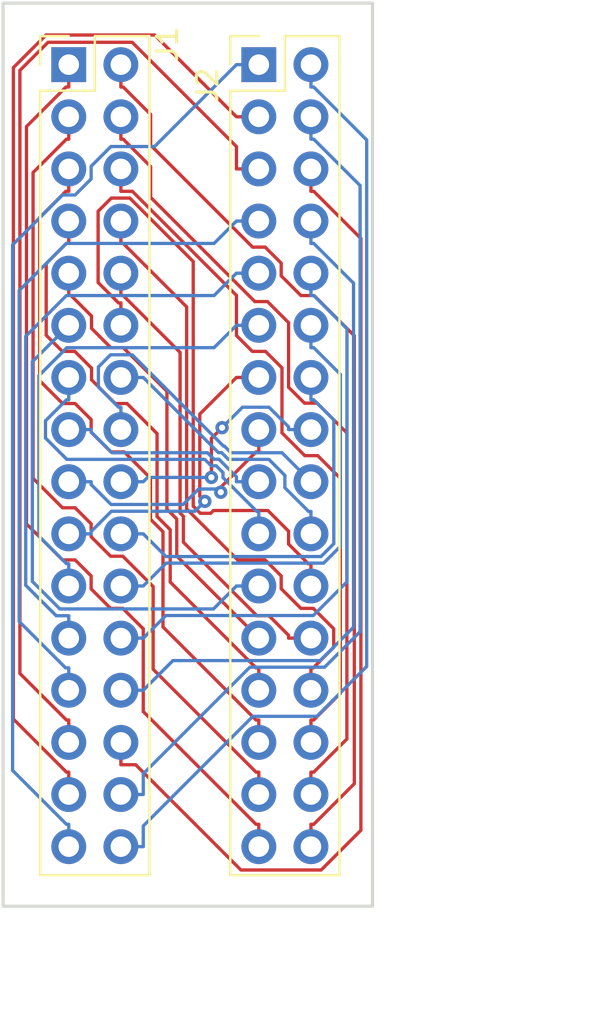
<source format=kicad_pcb>
(kicad_pcb (version 4) (host pcbnew 4.0.6)

  (general
    (links 32)
    (no_connects 0)
    (area 136.924999 100.924999 155.075001 145.075001)
    (thickness 1.6)
    (drawings 6)
    (tracks 358)
    (zones 0)
    (modules 2)
    (nets 33)
  )

  (page A4)
  (title_block
    (title "Cartridge Adapter Fix for gbreveng board")
    (date 2019-04-07)
    (rev 0)
    (company "Author: Michael Singer")
    (comment 1 https://sourceforge.net/projects/iceboy/)
    (comment 2 http://iceboy.a-singer.de/)
  )

  (layers
    (0 F.Cu signal)
    (31 B.Cu signal)
    (32 B.Adhes user)
    (33 F.Adhes user)
    (34 B.Paste user)
    (35 F.Paste user)
    (36 B.SilkS user)
    (37 F.SilkS user)
    (38 B.Mask user)
    (39 F.Mask user)
    (40 Dwgs.User user)
    (41 Cmts.User user)
    (42 Eco1.User user)
    (43 Eco2.User user)
    (44 Edge.Cuts user)
    (45 Margin user)
    (46 B.CrtYd user)
    (47 F.CrtYd user)
    (48 B.Fab user)
    (49 F.Fab user)
  )

  (setup
    (last_trace_width 0.16)
    (trace_clearance 0.16)
    (zone_clearance 0.508)
    (zone_45_only no)
    (trace_min 0.15)
    (segment_width 0.2)
    (edge_width 0.15)
    (via_size 0.65)
    (via_drill 0.3)
    (via_min_size 0.64)
    (via_min_drill 0.3)
    (uvia_size 0.3)
    (uvia_drill 0.1)
    (uvias_allowed no)
    (uvia_min_size 0.19)
    (uvia_min_drill 0.1)
    (pcb_text_width 0.3)
    (pcb_text_size 1.5 1.5)
    (mod_edge_width 0.15)
    (mod_text_size 1 1)
    (mod_text_width 0.15)
    (pad_size 1.524 1.524)
    (pad_drill 0.762)
    (pad_to_mask_clearance 0.16)
    (solder_mask_min_width 0.4)
    (aux_axis_origin 0 0)
    (visible_elements FFFFFF7F)
    (pcbplotparams
      (layerselection 0x010f0_80000001)
      (usegerberextensions false)
      (excludeedgelayer true)
      (linewidth 0.100000)
      (plotframeref false)
      (viasonmask true)
      (mode 1)
      (useauxorigin false)
      (hpglpennumber 1)
      (hpglpenspeed 20)
      (hpglpendiameter 15)
      (hpglpenoverlay 2)
      (psnegative false)
      (psa4output false)
      (plotreference true)
      (plotvalue false)
      (plotinvisibletext false)
      (padsonsilk false)
      (subtractmaskfromsilk false)
      (outputformat 1)
      (mirror false)
      (drillshape 0)
      (scaleselection 1)
      (outputdirectory ""))
  )

  (net 0 "")
  (net 1 "Net-(J1-Pad1)")
  (net 2 "Net-(J1-Pad2)")
  (net 3 "Net-(J1-Pad3)")
  (net 4 "Net-(J1-Pad4)")
  (net 5 "Net-(J1-Pad5)")
  (net 6 "Net-(J1-Pad6)")
  (net 7 "Net-(J1-Pad7)")
  (net 8 "Net-(J1-Pad8)")
  (net 9 "Net-(J1-Pad9)")
  (net 10 "Net-(J1-Pad10)")
  (net 11 "Net-(J1-Pad11)")
  (net 12 "Net-(J1-Pad12)")
  (net 13 "Net-(J1-Pad13)")
  (net 14 "Net-(J1-Pad14)")
  (net 15 "Net-(J1-Pad15)")
  (net 16 "Net-(J1-Pad16)")
  (net 17 "Net-(J1-Pad17)")
  (net 18 "Net-(J1-Pad18)")
  (net 19 "Net-(J1-Pad19)")
  (net 20 "Net-(J1-Pad20)")
  (net 21 "Net-(J1-Pad21)")
  (net 22 "Net-(J1-Pad22)")
  (net 23 "Net-(J1-Pad23)")
  (net 24 "Net-(J1-Pad24)")
  (net 25 "Net-(J1-Pad25)")
  (net 26 "Net-(J1-Pad26)")
  (net 27 "Net-(J1-Pad27)")
  (net 28 "Net-(J1-Pad28)")
  (net 29 "Net-(J1-Pad29)")
  (net 30 "Net-(J1-Pad30)")
  (net 31 "Net-(J1-Pad31)")
  (net 32 "Net-(J1-Pad32)")

  (net_class Default "This is the default net class."
    (clearance 0.16)
    (trace_width 0.16)
    (via_dia 0.65)
    (via_drill 0.3)
    (uvia_dia 0.3)
    (uvia_drill 0.1)
    (add_net "Net-(J1-Pad1)")
    (add_net "Net-(J1-Pad10)")
    (add_net "Net-(J1-Pad11)")
    (add_net "Net-(J1-Pad12)")
    (add_net "Net-(J1-Pad13)")
    (add_net "Net-(J1-Pad14)")
    (add_net "Net-(J1-Pad15)")
    (add_net "Net-(J1-Pad16)")
    (add_net "Net-(J1-Pad17)")
    (add_net "Net-(J1-Pad18)")
    (add_net "Net-(J1-Pad19)")
    (add_net "Net-(J1-Pad2)")
    (add_net "Net-(J1-Pad20)")
    (add_net "Net-(J1-Pad21)")
    (add_net "Net-(J1-Pad22)")
    (add_net "Net-(J1-Pad23)")
    (add_net "Net-(J1-Pad24)")
    (add_net "Net-(J1-Pad25)")
    (add_net "Net-(J1-Pad26)")
    (add_net "Net-(J1-Pad27)")
    (add_net "Net-(J1-Pad28)")
    (add_net "Net-(J1-Pad29)")
    (add_net "Net-(J1-Pad3)")
    (add_net "Net-(J1-Pad30)")
    (add_net "Net-(J1-Pad31)")
    (add_net "Net-(J1-Pad32)")
    (add_net "Net-(J1-Pad4)")
    (add_net "Net-(J1-Pad5)")
    (add_net "Net-(J1-Pad6)")
    (add_net "Net-(J1-Pad7)")
    (add_net "Net-(J1-Pad8)")
    (add_net "Net-(J1-Pad9)")
  )

  (module Pin_Headers:Pin_Header_Straight_2x16_Pitch2.54mm (layer F.Cu) (tedit 5862ED54) (tstamp 5CAA22DA)
    (at 140.2 104)
    (descr "Through hole straight pin header, 2x16, 2.54mm pitch, double rows")
    (tags "Through hole pin header THT 2x16 2.54mm double row")
    (path /5CAA18AC)
    (fp_text reference J1 (at 4.8 -1 90) (layer F.SilkS)
      (effects (font (size 1 1) (thickness 0.15)))
    )
    (fp_text value CONN_02X16 (at -2.2 35 90) (layer F.Fab)
      (effects (font (size 1 1) (thickness 0.15)))
    )
    (fp_line (start -1.27 -1.27) (end -1.27 39.37) (layer F.Fab) (width 0.1))
    (fp_line (start -1.27 39.37) (end 3.81 39.37) (layer F.Fab) (width 0.1))
    (fp_line (start 3.81 39.37) (end 3.81 -1.27) (layer F.Fab) (width 0.1))
    (fp_line (start 3.81 -1.27) (end -1.27 -1.27) (layer F.Fab) (width 0.1))
    (fp_line (start -1.39 1.27) (end -1.39 39.49) (layer F.SilkS) (width 0.12))
    (fp_line (start -1.39 39.49) (end 3.93 39.49) (layer F.SilkS) (width 0.12))
    (fp_line (start 3.93 39.49) (end 3.93 -1.39) (layer F.SilkS) (width 0.12))
    (fp_line (start 3.93 -1.39) (end 1.27 -1.39) (layer F.SilkS) (width 0.12))
    (fp_line (start 1.27 -1.39) (end 1.27 1.27) (layer F.SilkS) (width 0.12))
    (fp_line (start 1.27 1.27) (end -1.39 1.27) (layer F.SilkS) (width 0.12))
    (fp_line (start -1.39 0) (end -1.39 -1.39) (layer F.SilkS) (width 0.12))
    (fp_line (start -1.39 -1.39) (end 0 -1.39) (layer F.SilkS) (width 0.12))
    (fp_line (start -1.6 -1.6) (end -1.6 39.7) (layer F.CrtYd) (width 0.05))
    (fp_line (start -1.6 39.7) (end 4.1 39.7) (layer F.CrtYd) (width 0.05))
    (fp_line (start 4.1 39.7) (end 4.1 -1.6) (layer F.CrtYd) (width 0.05))
    (fp_line (start 4.1 -1.6) (end -1.6 -1.6) (layer F.CrtYd) (width 0.05))
    (pad 1 thru_hole rect (at 0 0) (size 1.7 1.7) (drill 1) (layers *.Cu *.Mask)
      (net 1 "Net-(J1-Pad1)"))
    (pad 2 thru_hole oval (at 2.54 0) (size 1.7 1.7) (drill 1) (layers *.Cu *.Mask)
      (net 2 "Net-(J1-Pad2)"))
    (pad 3 thru_hole oval (at 0 2.54) (size 1.7 1.7) (drill 1) (layers *.Cu *.Mask)
      (net 3 "Net-(J1-Pad3)"))
    (pad 4 thru_hole oval (at 2.54 2.54) (size 1.7 1.7) (drill 1) (layers *.Cu *.Mask)
      (net 4 "Net-(J1-Pad4)"))
    (pad 5 thru_hole oval (at 0 5.08) (size 1.7 1.7) (drill 1) (layers *.Cu *.Mask)
      (net 5 "Net-(J1-Pad5)"))
    (pad 6 thru_hole oval (at 2.54 5.08) (size 1.7 1.7) (drill 1) (layers *.Cu *.Mask)
      (net 6 "Net-(J1-Pad6)"))
    (pad 7 thru_hole oval (at 0 7.62) (size 1.7 1.7) (drill 1) (layers *.Cu *.Mask)
      (net 7 "Net-(J1-Pad7)"))
    (pad 8 thru_hole oval (at 2.54 7.62) (size 1.7 1.7) (drill 1) (layers *.Cu *.Mask)
      (net 8 "Net-(J1-Pad8)"))
    (pad 9 thru_hole oval (at 0 10.16) (size 1.7 1.7) (drill 1) (layers *.Cu *.Mask)
      (net 9 "Net-(J1-Pad9)"))
    (pad 10 thru_hole oval (at 2.54 10.16) (size 1.7 1.7) (drill 1) (layers *.Cu *.Mask)
      (net 10 "Net-(J1-Pad10)"))
    (pad 11 thru_hole oval (at 0 12.7) (size 1.7 1.7) (drill 1) (layers *.Cu *.Mask)
      (net 11 "Net-(J1-Pad11)"))
    (pad 12 thru_hole oval (at 2.54 12.7) (size 1.7 1.7) (drill 1) (layers *.Cu *.Mask)
      (net 12 "Net-(J1-Pad12)"))
    (pad 13 thru_hole oval (at 0 15.24) (size 1.7 1.7) (drill 1) (layers *.Cu *.Mask)
      (net 13 "Net-(J1-Pad13)"))
    (pad 14 thru_hole oval (at 2.54 15.24) (size 1.7 1.7) (drill 1) (layers *.Cu *.Mask)
      (net 14 "Net-(J1-Pad14)"))
    (pad 15 thru_hole oval (at 0 17.78) (size 1.7 1.7) (drill 1) (layers *.Cu *.Mask)
      (net 15 "Net-(J1-Pad15)"))
    (pad 16 thru_hole oval (at 2.54 17.78) (size 1.7 1.7) (drill 1) (layers *.Cu *.Mask)
      (net 16 "Net-(J1-Pad16)"))
    (pad 17 thru_hole oval (at 0 20.32) (size 1.7 1.7) (drill 1) (layers *.Cu *.Mask)
      (net 17 "Net-(J1-Pad17)"))
    (pad 18 thru_hole oval (at 2.54 20.32) (size 1.7 1.7) (drill 1) (layers *.Cu *.Mask)
      (net 18 "Net-(J1-Pad18)"))
    (pad 19 thru_hole oval (at 0 22.86) (size 1.7 1.7) (drill 1) (layers *.Cu *.Mask)
      (net 19 "Net-(J1-Pad19)"))
    (pad 20 thru_hole oval (at 2.54 22.86) (size 1.7 1.7) (drill 1) (layers *.Cu *.Mask)
      (net 20 "Net-(J1-Pad20)"))
    (pad 21 thru_hole oval (at 0 25.4) (size 1.7 1.7) (drill 1) (layers *.Cu *.Mask)
      (net 21 "Net-(J1-Pad21)"))
    (pad 22 thru_hole oval (at 2.54 25.4) (size 1.7 1.7) (drill 1) (layers *.Cu *.Mask)
      (net 22 "Net-(J1-Pad22)"))
    (pad 23 thru_hole oval (at 0 27.94) (size 1.7 1.7) (drill 1) (layers *.Cu *.Mask)
      (net 23 "Net-(J1-Pad23)"))
    (pad 24 thru_hole oval (at 2.54 27.94) (size 1.7 1.7) (drill 1) (layers *.Cu *.Mask)
      (net 24 "Net-(J1-Pad24)"))
    (pad 25 thru_hole oval (at 0 30.48) (size 1.7 1.7) (drill 1) (layers *.Cu *.Mask)
      (net 25 "Net-(J1-Pad25)"))
    (pad 26 thru_hole oval (at 2.54 30.48) (size 1.7 1.7) (drill 1) (layers *.Cu *.Mask)
      (net 26 "Net-(J1-Pad26)"))
    (pad 27 thru_hole oval (at 0 33.02) (size 1.7 1.7) (drill 1) (layers *.Cu *.Mask)
      (net 27 "Net-(J1-Pad27)"))
    (pad 28 thru_hole oval (at 2.54 33.02) (size 1.7 1.7) (drill 1) (layers *.Cu *.Mask)
      (net 28 "Net-(J1-Pad28)"))
    (pad 29 thru_hole oval (at 0 35.56) (size 1.7 1.7) (drill 1) (layers *.Cu *.Mask)
      (net 29 "Net-(J1-Pad29)"))
    (pad 30 thru_hole oval (at 2.54 35.56) (size 1.7 1.7) (drill 1) (layers *.Cu *.Mask)
      (net 30 "Net-(J1-Pad30)"))
    (pad 31 thru_hole oval (at 0 38.1) (size 1.7 1.7) (drill 1) (layers *.Cu *.Mask)
      (net 31 "Net-(J1-Pad31)"))
    (pad 32 thru_hole oval (at 2.54 38.1) (size 1.7 1.7) (drill 1) (layers *.Cu *.Mask)
      (net 32 "Net-(J1-Pad32)"))
    (model Pin_Headers.3dshapes/Pin_Header_Straight_2x16_Pitch2.54mm.wrl
      (at (xyz 0.05 -0.75 0))
      (scale (xyz 1 1 1))
      (rotate (xyz 0 0 90))
    )
  )

  (module Pin_Headers:Pin_Header_Straight_2x16_Pitch2.54mm (layer F.Cu) (tedit 5862ED54) (tstamp 5CAA22FE)
    (at 149.46 104)
    (descr "Through hole straight pin header, 2x16, 2.54mm pitch, double rows")
    (tags "Through hole pin header THT 2x16 2.54mm double row")
    (path /5CAA1905)
    (fp_text reference J2 (at -2.5011 1 90) (layer F.SilkS)
      (effects (font (size 1 1) (thickness 0.15)))
    )
    (fp_text value CONN_02X16 (at -2.5011 35 90) (layer F.Fab)
      (effects (font (size 1 1) (thickness 0.15)))
    )
    (fp_line (start -1.27 -1.27) (end -1.27 39.37) (layer F.Fab) (width 0.1))
    (fp_line (start -1.27 39.37) (end 3.81 39.37) (layer F.Fab) (width 0.1))
    (fp_line (start 3.81 39.37) (end 3.81 -1.27) (layer F.Fab) (width 0.1))
    (fp_line (start 3.81 -1.27) (end -1.27 -1.27) (layer F.Fab) (width 0.1))
    (fp_line (start -1.39 1.27) (end -1.39 39.49) (layer F.SilkS) (width 0.12))
    (fp_line (start -1.39 39.49) (end 3.93 39.49) (layer F.SilkS) (width 0.12))
    (fp_line (start 3.93 39.49) (end 3.93 -1.39) (layer F.SilkS) (width 0.12))
    (fp_line (start 3.93 -1.39) (end 1.27 -1.39) (layer F.SilkS) (width 0.12))
    (fp_line (start 1.27 -1.39) (end 1.27 1.27) (layer F.SilkS) (width 0.12))
    (fp_line (start 1.27 1.27) (end -1.39 1.27) (layer F.SilkS) (width 0.12))
    (fp_line (start -1.39 0) (end -1.39 -1.39) (layer F.SilkS) (width 0.12))
    (fp_line (start -1.39 -1.39) (end 0 -1.39) (layer F.SilkS) (width 0.12))
    (fp_line (start -1.6 -1.6) (end -1.6 39.7) (layer F.CrtYd) (width 0.05))
    (fp_line (start -1.6 39.7) (end 4.1 39.7) (layer F.CrtYd) (width 0.05))
    (fp_line (start 4.1 39.7) (end 4.1 -1.6) (layer F.CrtYd) (width 0.05))
    (fp_line (start 4.1 -1.6) (end -1.6 -1.6) (layer F.CrtYd) (width 0.05))
    (pad 1 thru_hole rect (at 0 0) (size 1.7 1.7) (drill 1) (layers *.Cu *.Mask)
      (net 31 "Net-(J1-Pad31)"))
    (pad 2 thru_hole oval (at 2.54 0) (size 1.7 1.7) (drill 1) (layers *.Cu *.Mask)
      (net 32 "Net-(J1-Pad32)"))
    (pad 3 thru_hole oval (at 0 2.54) (size 1.7 1.7) (drill 1) (layers *.Cu *.Mask)
      (net 29 "Net-(J1-Pad29)"))
    (pad 4 thru_hole oval (at 2.54 2.54) (size 1.7 1.7) (drill 1) (layers *.Cu *.Mask)
      (net 30 "Net-(J1-Pad30)"))
    (pad 5 thru_hole oval (at 0 5.08) (size 1.7 1.7) (drill 1) (layers *.Cu *.Mask)
      (net 27 "Net-(J1-Pad27)"))
    (pad 6 thru_hole oval (at 2.54 5.08) (size 1.7 1.7) (drill 1) (layers *.Cu *.Mask)
      (net 28 "Net-(J1-Pad28)"))
    (pad 7 thru_hole oval (at 0 7.62) (size 1.7 1.7) (drill 1) (layers *.Cu *.Mask)
      (net 25 "Net-(J1-Pad25)"))
    (pad 8 thru_hole oval (at 2.54 7.62) (size 1.7 1.7) (drill 1) (layers *.Cu *.Mask)
      (net 26 "Net-(J1-Pad26)"))
    (pad 9 thru_hole oval (at 0 10.16) (size 1.7 1.7) (drill 1) (layers *.Cu *.Mask)
      (net 23 "Net-(J1-Pad23)"))
    (pad 10 thru_hole oval (at 2.54 10.16) (size 1.7 1.7) (drill 1) (layers *.Cu *.Mask)
      (net 24 "Net-(J1-Pad24)"))
    (pad 11 thru_hole oval (at 0 12.7) (size 1.7 1.7) (drill 1) (layers *.Cu *.Mask)
      (net 21 "Net-(J1-Pad21)"))
    (pad 12 thru_hole oval (at 2.54 12.7) (size 1.7 1.7) (drill 1) (layers *.Cu *.Mask)
      (net 22 "Net-(J1-Pad22)"))
    (pad 13 thru_hole oval (at 0 15.24) (size 1.7 1.7) (drill 1) (layers *.Cu *.Mask)
      (net 19 "Net-(J1-Pad19)"))
    (pad 14 thru_hole oval (at 2.54 15.24) (size 1.7 1.7) (drill 1) (layers *.Cu *.Mask)
      (net 20 "Net-(J1-Pad20)"))
    (pad 15 thru_hole oval (at 0 17.78) (size 1.7 1.7) (drill 1) (layers *.Cu *.Mask)
      (net 17 "Net-(J1-Pad17)"))
    (pad 16 thru_hole oval (at 2.54 17.78) (size 1.7 1.7) (drill 1) (layers *.Cu *.Mask)
      (net 18 "Net-(J1-Pad18)"))
    (pad 17 thru_hole oval (at 0 20.32) (size 1.7 1.7) (drill 1) (layers *.Cu *.Mask)
      (net 15 "Net-(J1-Pad15)"))
    (pad 18 thru_hole oval (at 2.54 20.32) (size 1.7 1.7) (drill 1) (layers *.Cu *.Mask)
      (net 16 "Net-(J1-Pad16)"))
    (pad 19 thru_hole oval (at 0 22.86) (size 1.7 1.7) (drill 1) (layers *.Cu *.Mask)
      (net 13 "Net-(J1-Pad13)"))
    (pad 20 thru_hole oval (at 2.54 22.86) (size 1.7 1.7) (drill 1) (layers *.Cu *.Mask)
      (net 14 "Net-(J1-Pad14)"))
    (pad 21 thru_hole oval (at 0 25.4) (size 1.7 1.7) (drill 1) (layers *.Cu *.Mask)
      (net 11 "Net-(J1-Pad11)"))
    (pad 22 thru_hole oval (at 2.54 25.4) (size 1.7 1.7) (drill 1) (layers *.Cu *.Mask)
      (net 12 "Net-(J1-Pad12)"))
    (pad 23 thru_hole oval (at 0 27.94) (size 1.7 1.7) (drill 1) (layers *.Cu *.Mask)
      (net 9 "Net-(J1-Pad9)"))
    (pad 24 thru_hole oval (at 2.54 27.94) (size 1.7 1.7) (drill 1) (layers *.Cu *.Mask)
      (net 10 "Net-(J1-Pad10)"))
    (pad 25 thru_hole oval (at 0 30.48) (size 1.7 1.7) (drill 1) (layers *.Cu *.Mask)
      (net 7 "Net-(J1-Pad7)"))
    (pad 26 thru_hole oval (at 2.54 30.48) (size 1.7 1.7) (drill 1) (layers *.Cu *.Mask)
      (net 8 "Net-(J1-Pad8)"))
    (pad 27 thru_hole oval (at 0 33.02) (size 1.7 1.7) (drill 1) (layers *.Cu *.Mask)
      (net 5 "Net-(J1-Pad5)"))
    (pad 28 thru_hole oval (at 2.54 33.02) (size 1.7 1.7) (drill 1) (layers *.Cu *.Mask)
      (net 6 "Net-(J1-Pad6)"))
    (pad 29 thru_hole oval (at 0 35.56) (size 1.7 1.7) (drill 1) (layers *.Cu *.Mask)
      (net 3 "Net-(J1-Pad3)"))
    (pad 30 thru_hole oval (at 2.54 35.56) (size 1.7 1.7) (drill 1) (layers *.Cu *.Mask)
      (net 4 "Net-(J1-Pad4)"))
    (pad 31 thru_hole oval (at 0 38.1) (size 1.7 1.7) (drill 1) (layers *.Cu *.Mask)
      (net 1 "Net-(J1-Pad1)"))
    (pad 32 thru_hole oval (at 2.54 38.1) (size 1.7 1.7) (drill 1) (layers *.Cu *.Mask)
      (net 2 "Net-(J1-Pad2)"))
    (model Pin_Headers.3dshapes/Pin_Header_Straight_2x16_Pitch2.54mm.wrl
      (at (xyz 0.05 -0.75 0))
      (scale (xyz 1 1 1))
      (rotate (xyz 0 0 90))
    )
  )

  (dimension 18 (width 0.3) (layer Dwgs.User)
    (gr_text "18,000 mm" (at 146 151.35) (layer Dwgs.User)
      (effects (font (size 1.5 1.5) (thickness 0.3)))
    )
    (feature1 (pts (xy 155 147) (xy 155 152.7)))
    (feature2 (pts (xy 137 147) (xy 137 152.7)))
    (crossbar (pts (xy 137 150) (xy 155 150)))
    (arrow1a (pts (xy 155 150) (xy 153.873496 150.586421)))
    (arrow1b (pts (xy 155 150) (xy 153.873496 149.413579)))
    (arrow2a (pts (xy 137 150) (xy 138.126504 150.586421)))
    (arrow2b (pts (xy 137 150) (xy 138.126504 149.413579)))
  )
  (dimension 44 (width 0.3) (layer Dwgs.User)
    (gr_text "44,000 mm" (at 163.35 123 270) (layer Dwgs.User)
      (effects (font (size 1.5 1.5) (thickness 0.3)))
    )
    (feature1 (pts (xy 158 145) (xy 164.7 145)))
    (feature2 (pts (xy 158 101) (xy 164.7 101)))
    (crossbar (pts (xy 162 101) (xy 162 145)))
    (arrow1a (pts (xy 162 145) (xy 161.413579 143.873496)))
    (arrow1b (pts (xy 162 145) (xy 162.586421 143.873496)))
    (arrow2a (pts (xy 162 101) (xy 161.413579 102.126504)))
    (arrow2b (pts (xy 162 101) (xy 162.586421 102.126504)))
  )
  (gr_line (start 155 101) (end 137 101) (layer Edge.Cuts) (width 0.15))
  (gr_line (start 155 145) (end 155 101) (layer Edge.Cuts) (width 0.15))
  (gr_line (start 137 145) (end 155 145) (layer Edge.Cuts) (width 0.15))
  (gr_line (start 137 145) (end 137 101) (layer Edge.Cuts) (width 0.15))

  (segment (start 149.46 141.01) (end 149.46 142.1) (width 0.16) (layer F.Cu) (net 1))
  (segment (start 149.324 141.01) (end 149.46 141.01) (width 0.16) (layer F.Cu) (net 1))
  (segment (start 143.83 135.517) (end 149.324 141.01) (width 0.16) (layer F.Cu) (net 1))
  (segment (start 143.83 131.488) (end 143.83 135.517) (width 0.16) (layer F.Cu) (net 1))
  (segment (start 142.832 130.49) (end 143.83 131.488) (width 0.16) (layer F.Cu) (net 1))
  (segment (start 142.236 130.49) (end 142.832 130.49) (width 0.16) (layer F.Cu) (net 1))
  (segment (start 141.29 129.544) (end 142.236 130.49) (width 0.16) (layer F.Cu) (net 1))
  (segment (start 141.29 128.912) (end 141.29 129.544) (width 0.16) (layer F.Cu) (net 1))
  (segment (start 140.508 128.13) (end 141.29 128.912) (width 0.16) (layer F.Cu) (net 1))
  (segment (start 139.896 128.13) (end 140.508 128.13) (width 0.16) (layer F.Cu) (net 1))
  (segment (start 138.14 126.374) (end 139.896 128.13) (width 0.16) (layer F.Cu) (net 1))
  (segment (start 138.14 107.014) (end 138.14 126.374) (width 0.16) (layer F.Cu) (net 1))
  (segment (start 140.064 105.09) (end 138.14 107.014) (width 0.16) (layer F.Cu) (net 1))
  (segment (start 140.2 105.09) (end 140.064 105.09) (width 0.16) (layer F.Cu) (net 1))
  (segment (start 140.2 104) (end 140.2 105.09) (width 0.16) (layer F.Cu) (net 1))
  (segment (start 152 141.01) (end 152 142.1) (width 0.16) (layer F.Cu) (net 2))
  (segment (start 152.136 141.01) (end 152 141.01) (width 0.16) (layer F.Cu) (net 2))
  (segment (start 154.112 139.034) (end 152.136 141.01) (width 0.16) (layer F.Cu) (net 2))
  (segment (start 154.112 117.208) (end 154.112 139.034) (width 0.16) (layer F.Cu) (net 2))
  (segment (start 152.154 115.25) (end 154.112 117.208) (width 0.16) (layer F.Cu) (net 2))
  (segment (start 151.512 115.25) (end 152.154 115.25) (width 0.16) (layer F.Cu) (net 2))
  (segment (start 150.55 114.289) (end 151.512 115.25) (width 0.16) (layer F.Cu) (net 2))
  (segment (start 150.55 113.672) (end 150.55 114.289) (width 0.16) (layer F.Cu) (net 2))
  (segment (start 149.768 112.89) (end 150.55 113.672) (width 0.16) (layer F.Cu) (net 2))
  (segment (start 149.156 112.89) (end 149.768 112.89) (width 0.16) (layer F.Cu) (net 2))
  (segment (start 144.19 107.923) (end 149.156 112.89) (width 0.16) (layer F.Cu) (net 2))
  (segment (start 144.19 106.427) (end 144.19 107.923) (width 0.16) (layer F.Cu) (net 2))
  (segment (start 142.853 105.09) (end 144.19 106.427) (width 0.16) (layer F.Cu) (net 2))
  (segment (start 142.74 105.09) (end 142.853 105.09) (width 0.16) (layer F.Cu) (net 2))
  (segment (start 142.74 104) (end 142.74 105.09) (width 0.16) (layer F.Cu) (net 2))
  (segment (start 149.46 138.47) (end 149.46 139.56) (width 0.16) (layer F.Cu) (net 3))
  (segment (start 149.324 138.47) (end 149.46 138.47) (width 0.16) (layer F.Cu) (net 3))
  (segment (start 144.311 133.457) (end 149.324 138.47) (width 0.16) (layer F.Cu) (net 3))
  (segment (start 144.311 129.427) (end 144.311 133.457) (width 0.16) (layer F.Cu) (net 3))
  (segment (start 142.834 127.95) (end 144.311 129.427) (width 0.16) (layer F.Cu) (net 3))
  (segment (start 142.238 127.95) (end 142.834 127.95) (width 0.16) (layer F.Cu) (net 3))
  (segment (start 141.29 127.003) (end 142.238 127.95) (width 0.16) (layer F.Cu) (net 3))
  (segment (start 141.29 126.372) (end 141.29 127.003) (width 0.16) (layer F.Cu) (net 3))
  (segment (start 140.508 125.59) (end 141.29 126.372) (width 0.16) (layer F.Cu) (net 3))
  (segment (start 139.896 125.59) (end 140.508 125.59) (width 0.16) (layer F.Cu) (net 3))
  (segment (start 138.461 124.154) (end 139.896 125.59) (width 0.16) (layer F.Cu) (net 3))
  (segment (start 138.461 109.257) (end 138.461 124.154) (width 0.16) (layer F.Cu) (net 3))
  (segment (start 140.087 107.63) (end 138.461 109.257) (width 0.16) (layer F.Cu) (net 3))
  (segment (start 140.2 107.63) (end 140.087 107.63) (width 0.16) (layer F.Cu) (net 3))
  (segment (start 140.2 106.54) (end 140.2 107.63) (width 0.16) (layer F.Cu) (net 3))
  (segment (start 152 138.47) (end 152 139.56) (width 0.16) (layer F.Cu) (net 4))
  (segment (start 152.136 138.47) (end 152 138.47) (width 0.16) (layer F.Cu) (net 4))
  (segment (start 153.751 136.855) (end 152.136 138.47) (width 0.16) (layer F.Cu) (net 4))
  (segment (start 153.751 121.941) (end 153.751 136.855) (width 0.16) (layer F.Cu) (net 4))
  (segment (start 152.301 120.491) (end 153.751 121.941) (width 0.16) (layer F.Cu) (net 4))
  (segment (start 151.684 120.491) (end 152.301 120.491) (width 0.16) (layer F.Cu) (net 4))
  (segment (start 150.91 119.717) (end 151.684 120.491) (width 0.16) (layer F.Cu) (net 4))
  (segment (start 150.91 116.57) (end 150.91 119.717) (width 0.16) (layer F.Cu) (net 4))
  (segment (start 149.883 115.543) (end 150.91 116.57) (width 0.16) (layer F.Cu) (net 4))
  (segment (start 149.266 115.543) (end 149.883 115.543) (width 0.16) (layer F.Cu) (net 4))
  (segment (start 144.19 110.467) (end 149.266 115.543) (width 0.16) (layer F.Cu) (net 4))
  (segment (start 144.19 108.967) (end 144.19 110.467) (width 0.16) (layer F.Cu) (net 4))
  (segment (start 142.853 107.63) (end 144.19 108.967) (width 0.16) (layer F.Cu) (net 4))
  (segment (start 142.74 107.63) (end 142.853 107.63) (width 0.16) (layer F.Cu) (net 4))
  (segment (start 142.74 106.54) (end 142.74 107.63) (width 0.16) (layer F.Cu) (net 4))
  (segment (start 149.46 135.93) (end 149.46 137.02) (width 0.16) (layer F.Cu) (net 5))
  (segment (start 149.324 135.93) (end 149.46 135.93) (width 0.16) (layer F.Cu) (net 5))
  (segment (start 144.791 131.397) (end 149.324 135.93) (width 0.16) (layer F.Cu) (net 5))
  (segment (start 144.791 126.758) (end 144.791 131.397) (width 0.16) (layer F.Cu) (net 5))
  (segment (start 144.182 126.149) (end 144.791 126.758) (width 0.16) (layer F.Cu) (net 5))
  (segment (start 144.182 124.149) (end 144.182 126.149) (width 0.16) (layer F.Cu) (net 5))
  (segment (start 142.904 122.87) (end 144.182 124.149) (width 0.16) (layer F.Cu) (net 5))
  (segment (start 142.252 122.87) (end 142.904 122.87) (width 0.16) (layer F.Cu) (net 5))
  (segment (start 141.29 121.909) (end 142.252 122.87) (width 0.16) (layer F.Cu) (net 5))
  (segment (start 141.29 121.292) (end 141.29 121.909) (width 0.16) (layer F.Cu) (net 5))
  (segment (start 140.508 120.51) (end 141.29 121.292) (width 0.16) (layer F.Cu) (net 5))
  (segment (start 139.896 120.51) (end 140.508 120.51) (width 0.16) (layer F.Cu) (net 5))
  (segment (start 138.781 119.395) (end 139.896 120.51) (width 0.16) (layer F.Cu) (net 5))
  (segment (start 138.781 111.448) (end 138.781 119.395) (width 0.16) (layer F.Cu) (net 5))
  (segment (start 140.058 110.17) (end 138.781 111.448) (width 0.16) (layer F.Cu) (net 5))
  (segment (start 140.2 110.17) (end 140.058 110.17) (width 0.16) (layer F.Cu) (net 5))
  (segment (start 140.2 109.08) (end 140.2 110.17) (width 0.16) (layer F.Cu) (net 5))
  (segment (start 152 135.93) (end 152 137.02) (width 0.16) (layer F.Cu) (net 6))
  (segment (start 152.136 135.93) (end 152 135.93) (width 0.16) (layer F.Cu) (net 6))
  (segment (start 153.43 134.636) (end 152.136 135.93) (width 0.16) (layer F.Cu) (net 6))
  (segment (start 153.43 124.152) (end 153.43 134.636) (width 0.16) (layer F.Cu) (net 6))
  (segment (start 152.328 123.05) (end 153.43 124.152) (width 0.16) (layer F.Cu) (net 6))
  (segment (start 151.699 123.05) (end 152.328 123.05) (width 0.16) (layer F.Cu) (net 6))
  (segment (start 150.589 121.94) (end 151.699 123.05) (width 0.16) (layer F.Cu) (net 6))
  (segment (start 150.589 118.775) (end 150.589 121.94) (width 0.16) (layer F.Cu) (net 6))
  (segment (start 149.785 117.97) (end 150.589 118.775) (width 0.16) (layer F.Cu) (net 6))
  (segment (start 149.143 117.97) (end 149.785 117.97) (width 0.16) (layer F.Cu) (net 6))
  (segment (start 148.37 117.196) (end 149.143 117.97) (width 0.16) (layer F.Cu) (net 6))
  (segment (start 148.37 115.242) (end 148.37 117.196) (width 0.16) (layer F.Cu) (net 6))
  (segment (start 143.298 110.17) (end 148.37 115.242) (width 0.16) (layer F.Cu) (net 6))
  (segment (start 142.74 110.17) (end 143.298 110.17) (width 0.16) (layer F.Cu) (net 6))
  (segment (start 142.74 109.08) (end 142.74 110.17) (width 0.16) (layer F.Cu) (net 6))
  (segment (start 149.46 133.39) (end 149.46 134.48) (width 0.16) (layer F.Cu) (net 7))
  (segment (start 149.324 133.39) (end 149.46 133.39) (width 0.16) (layer F.Cu) (net 7))
  (segment (start 145.143 129.209) (end 149.324 133.39) (width 0.16) (layer F.Cu) (net 7))
  (segment (start 145.143 126.657) (end 145.143 129.209) (width 0.16) (layer F.Cu) (net 7))
  (segment (start 144.502 126.016) (end 145.143 126.657) (width 0.16) (layer F.Cu) (net 7))
  (segment (start 144.502 121.975) (end 144.502 126.016) (width 0.16) (layer F.Cu) (net 7))
  (segment (start 143.038 120.51) (end 144.502 121.975) (width 0.16) (layer F.Cu) (net 7))
  (segment (start 142.466 120.51) (end 143.038 120.51) (width 0.16) (layer F.Cu) (net 7))
  (segment (start 141.31 119.354) (end 142.466 120.51) (width 0.16) (layer F.Cu) (net 7))
  (segment (start 141.31 118.787) (end 141.31 119.354) (width 0.16) (layer F.Cu) (net 7))
  (segment (start 140.493 117.97) (end 141.31 118.787) (width 0.16) (layer F.Cu) (net 7))
  (segment (start 139.888 117.97) (end 140.493 117.97) (width 0.16) (layer F.Cu) (net 7))
  (segment (start 139.101 117.184) (end 139.888 117.97) (width 0.16) (layer F.Cu) (net 7))
  (segment (start 139.101 113.696) (end 139.101 117.184) (width 0.16) (layer F.Cu) (net 7))
  (segment (start 140.087 112.71) (end 139.101 113.696) (width 0.16) (layer F.Cu) (net 7))
  (segment (start 140.2 112.71) (end 140.087 112.71) (width 0.16) (layer F.Cu) (net 7))
  (segment (start 140.2 111.62) (end 140.2 112.71) (width 0.16) (layer F.Cu) (net 7))
  (segment (start 142.74 112.71) (end 142.74 111.62) (width 0.16) (layer F.Cu) (net 8))
  (segment (start 142.853 112.71) (end 142.74 112.71) (width 0.16) (layer F.Cu) (net 8))
  (segment (start 145.944 115.801) (end 142.853 112.71) (width 0.16) (layer F.Cu) (net 8))
  (segment (start 145.944 125.646) (end 145.944 115.801) (width 0.16) (layer F.Cu) (net 8))
  (segment (start 148.428 128.13) (end 145.944 125.646) (width 0.16) (layer F.Cu) (net 8))
  (segment (start 149.768 128.13) (end 148.428 128.13) (width 0.16) (layer F.Cu) (net 8))
  (segment (start 150.55 128.912) (end 149.768 128.13) (width 0.16) (layer F.Cu) (net 8))
  (segment (start 150.55 129.531) (end 150.55 128.912) (width 0.16) (layer F.Cu) (net 8))
  (segment (start 151.51 130.49) (end 150.55 129.531) (width 0.16) (layer F.Cu) (net 8))
  (segment (start 152.116 130.49) (end 151.51 130.49) (width 0.16) (layer F.Cu) (net 8))
  (segment (start 153.108 131.482) (end 152.116 130.49) (width 0.16) (layer F.Cu) (net 8))
  (segment (start 153.108 132.392) (end 153.108 131.482) (width 0.16) (layer F.Cu) (net 8))
  (segment (start 152.111 133.39) (end 153.108 132.392) (width 0.16) (layer F.Cu) (net 8))
  (segment (start 152 133.39) (end 152.111 133.39) (width 0.16) (layer F.Cu) (net 8))
  (segment (start 152 134.48) (end 152 133.39) (width 0.16) (layer F.Cu) (net 8))
  (segment (start 145.463 127.943) (end 149.46 131.94) (width 0.16) (layer F.Cu) (net 9))
  (segment (start 145.463 126.137) (end 145.463 127.943) (width 0.16) (layer F.Cu) (net 9))
  (segment (start 144.983 125.657) (end 145.463 126.137) (width 0.16) (layer F.Cu) (net 9))
  (segment (start 144.983 119.915) (end 144.983 125.657) (width 0.16) (layer F.Cu) (net 9))
  (segment (start 142.858 117.79) (end 144.983 119.915) (width 0.16) (layer F.Cu) (net 9))
  (segment (start 142.251 117.79) (end 142.858 117.79) (width 0.16) (layer F.Cu) (net 9))
  (segment (start 141.309 116.849) (end 142.251 117.79) (width 0.16) (layer F.Cu) (net 9))
  (segment (start 141.309 116.247) (end 141.309 116.849) (width 0.16) (layer F.Cu) (net 9))
  (segment (start 140.313 115.25) (end 141.309 116.247) (width 0.16) (layer F.Cu) (net 9))
  (segment (start 140.2 115.25) (end 140.313 115.25) (width 0.16) (layer F.Cu) (net 9))
  (segment (start 140.2 114.16) (end 140.2 115.25) (width 0.16) (layer F.Cu) (net 9))
  (segment (start 150.91 131.94) (end 152 131.94) (width 0.16) (layer F.Cu) (net 10))
  (segment (start 150.91 131.804) (end 150.91 131.94) (width 0.16) (layer F.Cu) (net 10))
  (segment (start 149.956 130.85) (end 150.91 131.804) (width 0.16) (layer F.Cu) (net 10))
  (segment (start 149.367 130.85) (end 149.956 130.85) (width 0.16) (layer F.Cu) (net 10))
  (segment (start 145.784 127.267) (end 149.367 130.85) (width 0.16) (layer F.Cu) (net 10))
  (segment (start 145.784 126.005) (end 145.784 127.267) (width 0.16) (layer F.Cu) (net 10))
  (segment (start 145.624 125.844) (end 145.784 126.005) (width 0.16) (layer F.Cu) (net 10))
  (segment (start 145.624 118.021) (end 145.624 125.844) (width 0.16) (layer F.Cu) (net 10))
  (segment (start 142.853 115.25) (end 145.624 118.021) (width 0.16) (layer F.Cu) (net 10))
  (segment (start 142.74 115.25) (end 142.853 115.25) (width 0.16) (layer F.Cu) (net 10))
  (segment (start 142.74 114.16) (end 142.74 115.25) (width 0.16) (layer F.Cu) (net 10))
  (segment (start 138.425 118.475) (end 140.2 116.7) (width 0.16) (layer B.Cu) (net 11))
  (segment (start 138.425 129.176) (end 138.425 118.475) (width 0.16) (layer B.Cu) (net 11))
  (segment (start 139.767 130.518) (end 138.425 129.176) (width 0.16) (layer B.Cu) (net 11))
  (segment (start 147.251 130.518) (end 139.767 130.518) (width 0.16) (layer B.Cu) (net 11))
  (segment (start 148.37 129.4) (end 147.251 130.518) (width 0.16) (layer B.Cu) (net 11))
  (segment (start 149.46 129.4) (end 148.37 129.4) (width 0.16) (layer B.Cu) (net 11))
  (segment (start 152 128.31) (end 152 129.4) (width 0.16) (layer F.Cu) (net 12))
  (segment (start 151.864 128.31) (end 152 128.31) (width 0.16) (layer F.Cu) (net 12))
  (segment (start 150.91 127.356) (end 151.864 128.31) (width 0.16) (layer F.Cu) (net 12))
  (segment (start 150.91 126.732) (end 150.91 127.356) (width 0.16) (layer F.Cu) (net 12))
  (segment (start 149.901 125.723) (end 150.91 126.732) (width 0.16) (layer F.Cu) (net 12))
  (segment (start 147.25 125.723) (end 149.901 125.723) (width 0.16) (layer F.Cu) (net 12))
  (segment (start 147.115 125.858) (end 147.25 125.723) (width 0.16) (layer F.Cu) (net 12))
  (segment (start 146.609 125.858) (end 147.115 125.858) (width 0.16) (layer F.Cu) (net 12))
  (segment (start 146.264 125.513) (end 146.609 125.858) (width 0.16) (layer F.Cu) (net 12))
  (segment (start 146.264 113.59) (end 146.264 125.513) (width 0.16) (layer F.Cu) (net 12))
  (segment (start 143.174 110.5) (end 146.264 113.59) (width 0.16) (layer F.Cu) (net 12))
  (segment (start 142.273 110.5) (end 143.174 110.5) (width 0.16) (layer F.Cu) (net 12))
  (segment (start 141.63 111.143) (end 142.273 110.5) (width 0.16) (layer F.Cu) (net 12))
  (segment (start 141.63 114.612) (end 141.63 111.143) (width 0.16) (layer F.Cu) (net 12))
  (segment (start 142.627 115.61) (end 141.63 114.612) (width 0.16) (layer F.Cu) (net 12))
  (segment (start 142.74 115.61) (end 142.627 115.61) (width 0.16) (layer F.Cu) (net 12))
  (segment (start 142.74 116.7) (end 142.74 115.61) (width 0.16) (layer F.Cu) (net 12))
  (segment (start 140.2 120.33) (end 140.2 119.24) (width 0.16) (layer B.Cu) (net 13))
  (segment (start 140.087 120.33) (end 140.2 120.33) (width 0.16) (layer B.Cu) (net 13))
  (segment (start 139.066 121.352) (end 140.087 120.33) (width 0.16) (layer B.Cu) (net 13))
  (segment (start 139.066 122.19) (end 139.066 121.352) (width 0.16) (layer B.Cu) (net 13))
  (segment (start 140.105 123.23) (end 139.066 122.19) (width 0.16) (layer B.Cu) (net 13))
  (segment (start 146.826 123.23) (end 140.105 123.23) (width 0.16) (layer B.Cu) (net 13))
  (segment (start 147.141 123.545) (end 146.826 123.23) (width 0.16) (layer B.Cu) (net 13))
  (segment (start 147.384 123.545) (end 147.141 123.545) (width 0.16) (layer B.Cu) (net 13))
  (segment (start 147.715 123.876) (end 147.384 123.545) (width 0.16) (layer B.Cu) (net 13))
  (segment (start 147.715 124.119) (end 147.715 123.876) (width 0.16) (layer B.Cu) (net 13))
  (segment (start 149.366 125.77) (end 147.715 124.119) (width 0.16) (layer B.Cu) (net 13))
  (segment (start 149.46 125.77) (end 149.366 125.77) (width 0.16) (layer B.Cu) (net 13))
  (segment (start 149.46 126.86) (end 149.46 125.77) (width 0.16) (layer B.Cu) (net 13))
  (segment (start 143.83 119.24) (end 142.74 119.24) (width 0.16) (layer B.Cu) (net 14))
  (segment (start 147.494 122.904) (end 143.83 119.24) (width 0.16) (layer B.Cu) (net 14))
  (segment (start 147.649 122.904) (end 147.494 122.904) (width 0.16) (layer B.Cu) (net 14))
  (segment (start 147.975 123.23) (end 147.649 122.904) (width 0.16) (layer B.Cu) (net 14))
  (segment (start 149.948 123.23) (end 147.975 123.23) (width 0.16) (layer B.Cu) (net 14))
  (segment (start 150.73 124.012) (end 149.948 123.23) (width 0.16) (layer B.Cu) (net 14))
  (segment (start 150.73 124.613) (end 150.73 124.012) (width 0.16) (layer B.Cu) (net 14))
  (segment (start 151.887 125.77) (end 150.73 124.613) (width 0.16) (layer B.Cu) (net 14))
  (segment (start 152 125.77) (end 151.887 125.77) (width 0.16) (layer B.Cu) (net 14))
  (segment (start 152 126.86) (end 152 125.77) (width 0.16) (layer B.Cu) (net 14))
  (segment (start 141.29 121.78) (end 140.2 121.78) (width 0.16) (layer B.Cu) (net 15))
  (segment (start 141.29 121.893) (end 141.29 121.78) (width 0.16) (layer B.Cu) (net 15))
  (segment (start 142.307 122.909) (end 141.29 121.893) (width 0.16) (layer B.Cu) (net 15))
  (segment (start 146.959 122.909) (end 142.307 122.909) (width 0.16) (layer B.Cu) (net 15))
  (segment (start 147.274 123.224) (end 146.959 122.909) (width 0.16) (layer B.Cu) (net 15))
  (segment (start 147.517 123.224) (end 147.274 123.224) (width 0.16) (layer B.Cu) (net 15))
  (segment (start 148.37 124.077) (end 147.517 123.224) (width 0.16) (layer B.Cu) (net 15))
  (segment (start 148.37 124.32) (end 148.37 124.077) (width 0.16) (layer B.Cu) (net 15))
  (segment (start 149.46 124.32) (end 148.37 124.32) (width 0.16) (layer B.Cu) (net 15))
  (segment (start 142.74 120.69) (end 142.74 121.78) (width 0.16) (layer B.Cu) (net 16))
  (segment (start 142.627 120.69) (end 142.74 120.69) (width 0.16) (layer B.Cu) (net 16))
  (segment (start 141.643 119.706) (end 142.627 120.69) (width 0.16) (layer B.Cu) (net 16))
  (segment (start 141.643 118.728) (end 141.643 119.706) (width 0.16) (layer B.Cu) (net 16))
  (segment (start 142.235 118.136) (end 141.643 118.728) (width 0.16) (layer B.Cu) (net 16))
  (segment (start 143.29 118.136) (end 142.235 118.136) (width 0.16) (layer B.Cu) (net 16))
  (segment (start 147.738 122.584) (end 143.29 118.136) (width 0.16) (layer B.Cu) (net 16))
  (segment (start 147.782 122.584) (end 147.738 122.584) (width 0.16) (layer B.Cu) (net 16))
  (segment (start 148.107 122.909) (end 147.782 122.584) (width 0.16) (layer B.Cu) (net 16))
  (segment (start 150.589 122.909) (end 148.107 122.909) (width 0.16) (layer B.Cu) (net 16))
  (segment (start 152 124.32) (end 150.589 122.909) (width 0.16) (layer B.Cu) (net 16))
  (via (at 147.606 124.831) (size 0.65) (layers F.Cu B.Cu) (net 17))
  (segment (start 147.606 124.588) (end 147.606 124.831) (width 0.16) (layer F.Cu) (net 17))
  (segment (start 149.324 122.87) (end 147.606 124.588) (width 0.16) (layer F.Cu) (net 17))
  (segment (start 149.46 122.87) (end 149.324 122.87) (width 0.16) (layer F.Cu) (net 17))
  (segment (start 149.46 121.78) (end 149.46 122.87) (width 0.16) (layer F.Cu) (net 17))
  (segment (start 141.29 124.32) (end 140.2 124.32) (width 0.16) (layer B.Cu) (net 17))
  (segment (start 141.29 124.456) (end 141.29 124.32) (width 0.16) (layer B.Cu) (net 17))
  (segment (start 142.261 125.427) (end 141.29 124.456) (width 0.16) (layer B.Cu) (net 17))
  (segment (start 145.775 125.427) (end 142.261 125.427) (width 0.16) (layer B.Cu) (net 17))
  (segment (start 146.527 124.675) (end 145.775 125.427) (width 0.16) (layer B.Cu) (net 17))
  (segment (start 147.45 124.675) (end 146.527 124.675) (width 0.16) (layer B.Cu) (net 17))
  (segment (start 147.606 124.831) (end 147.45 124.675) (width 0.16) (layer B.Cu) (net 17))
  (via (at 147.67 121.687) (size 0.65) (layers F.Cu B.Cu) (net 18))
  (via (at 147.15 124.11) (size 0.65) (layers F.Cu B.Cu) (net 18))
  (segment (start 148.667 120.69) (end 147.67 121.687) (width 0.16) (layer B.Cu) (net 18))
  (segment (start 149.956 120.69) (end 148.667 120.69) (width 0.16) (layer B.Cu) (net 18))
  (segment (start 150.91 121.644) (end 149.956 120.69) (width 0.16) (layer B.Cu) (net 18))
  (segment (start 150.91 121.78) (end 150.91 121.644) (width 0.16) (layer B.Cu) (net 18))
  (segment (start 152 121.78) (end 150.91 121.78) (width 0.16) (layer B.Cu) (net 18))
  (segment (start 144.04 124.11) (end 147.15 124.11) (width 0.16) (layer B.Cu) (net 18))
  (segment (start 143.83 124.32) (end 144.04 124.11) (width 0.16) (layer B.Cu) (net 18))
  (segment (start 142.74 124.32) (end 143.83 124.32) (width 0.16) (layer B.Cu) (net 18))
  (segment (start 147.15 122.207) (end 147.15 124.11) (width 0.16) (layer F.Cu) (net 18))
  (segment (start 147.67 121.687) (end 147.15 122.207) (width 0.16) (layer F.Cu) (net 18))
  (via (at 146.83 125.277) (size 0.65) (layers F.Cu B.Cu) (net 19))
  (segment (start 146.348 125.759) (end 146.83 125.277) (width 0.16) (layer B.Cu) (net 19))
  (segment (start 142.279 125.759) (end 146.348 125.759) (width 0.16) (layer B.Cu) (net 19))
  (segment (start 141.29 126.747) (end 142.279 125.759) (width 0.16) (layer B.Cu) (net 19))
  (segment (start 141.29 126.86) (end 141.29 126.747) (width 0.16) (layer B.Cu) (net 19))
  (segment (start 140.2 126.86) (end 141.29 126.86) (width 0.16) (layer B.Cu) (net 19))
  (segment (start 146.584 125.032) (end 146.83 125.277) (width 0.16) (layer F.Cu) (net 19))
  (segment (start 146.584 121.025) (end 146.584 125.032) (width 0.16) (layer F.Cu) (net 19))
  (segment (start 148.37 119.24) (end 146.584 121.025) (width 0.16) (layer F.Cu) (net 19))
  (segment (start 149.46 119.24) (end 148.37 119.24) (width 0.16) (layer F.Cu) (net 19))
  (segment (start 152 120.33) (end 152 119.24) (width 0.16) (layer B.Cu) (net 20))
  (segment (start 152.136 120.33) (end 152 120.33) (width 0.16) (layer B.Cu) (net 20))
  (segment (start 153.114 121.308) (end 152.136 120.33) (width 0.16) (layer B.Cu) (net 20))
  (segment (start 153.114 127.339) (end 153.114 121.308) (width 0.16) (layer B.Cu) (net 20))
  (segment (start 152.488 127.965) (end 153.114 127.339) (width 0.16) (layer B.Cu) (net 20))
  (segment (start 144.935 127.965) (end 152.488 127.965) (width 0.16) (layer B.Cu) (net 20))
  (segment (start 143.83 126.86) (end 144.935 127.965) (width 0.16) (layer B.Cu) (net 20))
  (segment (start 142.74 126.86) (end 143.83 126.86) (width 0.16) (layer B.Cu) (net 20))
  (segment (start 148.37 116.7) (end 149.46 116.7) (width 0.16) (layer B.Cu) (net 21))
  (segment (start 147.279 117.79) (end 148.37 116.7) (width 0.16) (layer B.Cu) (net 21))
  (segment (start 140.107 117.79) (end 147.279 117.79) (width 0.16) (layer B.Cu) (net 21))
  (segment (start 138.745 119.152) (end 140.107 117.79) (width 0.16) (layer B.Cu) (net 21))
  (segment (start 138.745 126.968) (end 138.745 119.152) (width 0.16) (layer B.Cu) (net 21))
  (segment (start 140.087 128.31) (end 138.745 126.968) (width 0.16) (layer B.Cu) (net 21))
  (segment (start 140.2 128.31) (end 140.087 128.31) (width 0.16) (layer B.Cu) (net 21))
  (segment (start 140.2 129.4) (end 140.2 128.31) (width 0.16) (layer B.Cu) (net 21))
  (segment (start 152 117.79) (end 152 116.7) (width 0.16) (layer B.Cu) (net 22))
  (segment (start 152.136 117.79) (end 152 117.79) (width 0.16) (layer B.Cu) (net 22))
  (segment (start 153.434 119.088) (end 152.136 117.79) (width 0.16) (layer B.Cu) (net 22))
  (segment (start 153.434 127.471) (end 153.434 119.088) (width 0.16) (layer B.Cu) (net 22))
  (segment (start 152.62 128.285) (end 153.434 127.471) (width 0.16) (layer B.Cu) (net 22))
  (segment (start 144.945 128.285) (end 152.62 128.285) (width 0.16) (layer B.Cu) (net 22))
  (segment (start 143.83 129.4) (end 144.945 128.285) (width 0.16) (layer B.Cu) (net 22))
  (segment (start 142.74 129.4) (end 143.83 129.4) (width 0.16) (layer B.Cu) (net 22))
  (segment (start 148.37 114.16) (end 149.46 114.16) (width 0.16) (layer B.Cu) (net 23))
  (segment (start 147.279 115.25) (end 148.37 114.16) (width 0.16) (layer B.Cu) (net 23))
  (segment (start 140.087 115.25) (end 147.279 115.25) (width 0.16) (layer B.Cu) (net 23))
  (segment (start 138.104 117.233) (end 140.087 115.25) (width 0.16) (layer B.Cu) (net 23))
  (segment (start 138.104 129.366) (end 138.104 117.233) (width 0.16) (layer B.Cu) (net 23))
  (segment (start 139.589 130.85) (end 138.104 129.366) (width 0.16) (layer B.Cu) (net 23))
  (segment (start 140.2 130.85) (end 139.589 130.85) (width 0.16) (layer B.Cu) (net 23))
  (segment (start 140.2 131.94) (end 140.2 130.85) (width 0.16) (layer B.Cu) (net 23))
  (segment (start 152 115.25) (end 152 114.16) (width 0.16) (layer B.Cu) (net 24))
  (segment (start 152.136 115.25) (end 152 115.25) (width 0.16) (layer B.Cu) (net 24))
  (segment (start 153.755 116.869) (end 152.136 115.25) (width 0.16) (layer B.Cu) (net 24))
  (segment (start 153.755 129.199) (end 153.755 116.869) (width 0.16) (layer B.Cu) (net 24))
  (segment (start 152.115 130.839) (end 153.755 129.199) (width 0.16) (layer B.Cu) (net 24))
  (segment (start 144.932 130.839) (end 152.115 130.839) (width 0.16) (layer B.Cu) (net 24))
  (segment (start 143.83 131.94) (end 144.932 130.839) (width 0.16) (layer B.Cu) (net 24))
  (segment (start 142.74 131.94) (end 143.83 131.94) (width 0.16) (layer B.Cu) (net 24))
  (segment (start 140.2 133.39) (end 140.2 134.48) (width 0.16) (layer B.Cu) (net 25))
  (segment (start 140.047 133.39) (end 140.2 133.39) (width 0.16) (layer B.Cu) (net 25))
  (segment (start 137.784 131.127) (end 140.047 133.39) (width 0.16) (layer B.Cu) (net 25))
  (segment (start 137.784 115.006) (end 137.784 131.127) (width 0.16) (layer B.Cu) (net 25))
  (segment (start 140.079 112.71) (end 137.784 115.006) (width 0.16) (layer B.Cu) (net 25))
  (segment (start 147.279 112.71) (end 140.079 112.71) (width 0.16) (layer B.Cu) (net 25))
  (segment (start 148.37 111.62) (end 147.279 112.71) (width 0.16) (layer B.Cu) (net 25))
  (segment (start 149.46 111.62) (end 148.37 111.62) (width 0.16) (layer B.Cu) (net 25))
  (segment (start 152 112.71) (end 152 111.62) (width 0.16) (layer B.Cu) (net 26))
  (segment (start 152.136 112.71) (end 152 112.71) (width 0.16) (layer B.Cu) (net 26))
  (segment (start 154.075 114.649) (end 152.136 112.71) (width 0.16) (layer B.Cu) (net 26))
  (segment (start 154.075 131.409) (end 154.075 114.649) (width 0.16) (layer B.Cu) (net 26))
  (segment (start 152.448 133.035) (end 154.075 131.409) (width 0.16) (layer B.Cu) (net 26))
  (segment (start 145.275 133.035) (end 152.448 133.035) (width 0.16) (layer B.Cu) (net 26))
  (segment (start 143.83 134.48) (end 145.275 133.035) (width 0.16) (layer B.Cu) (net 26))
  (segment (start 142.74 134.48) (end 143.83 134.48) (width 0.16) (layer B.Cu) (net 26))
  (segment (start 140.2 135.93) (end 140.2 137.02) (width 0.16) (layer F.Cu) (net 27))
  (segment (start 140.087 135.93) (end 140.2 135.93) (width 0.16) (layer F.Cu) (net 27))
  (segment (start 137.82 133.662) (end 140.087 135.93) (width 0.16) (layer F.Cu) (net 27))
  (segment (start 137.82 104.279) (end 137.82 133.662) (width 0.16) (layer F.Cu) (net 27))
  (segment (start 139.189 102.91) (end 137.82 104.279) (width 0.16) (layer F.Cu) (net 27))
  (segment (start 143.29 102.91) (end 139.189 102.91) (width 0.16) (layer F.Cu) (net 27))
  (segment (start 148.37 107.99) (end 143.29 102.91) (width 0.16) (layer F.Cu) (net 27))
  (segment (start 148.37 109.08) (end 148.37 107.99) (width 0.16) (layer F.Cu) (net 27))
  (segment (start 149.46 109.08) (end 148.37 109.08) (width 0.16) (layer F.Cu) (net 27))
  (segment (start 152 110.17) (end 152 109.08) (width 0.16) (layer F.Cu) (net 28))
  (segment (start 152.136 110.17) (end 152 110.17) (width 0.16) (layer F.Cu) (net 28))
  (segment (start 154.433 112.467) (end 152.136 110.17) (width 0.16) (layer F.Cu) (net 28))
  (segment (start 154.433 141.301) (end 154.433 112.467) (width 0.16) (layer F.Cu) (net 28))
  (segment (start 152.497 143.237) (end 154.433 141.301) (width 0.16) (layer F.Cu) (net 28))
  (segment (start 148.589 143.237) (end 152.497 143.237) (width 0.16) (layer F.Cu) (net 28))
  (segment (start 143.462 138.11) (end 148.589 143.237) (width 0.16) (layer F.Cu) (net 28))
  (segment (start 142.74 138.11) (end 143.462 138.11) (width 0.16) (layer F.Cu) (net 28))
  (segment (start 142.74 137.02) (end 142.74 138.11) (width 0.16) (layer F.Cu) (net 28))
  (segment (start 140.2 138.47) (end 140.2 139.56) (width 0.16) (layer F.Cu) (net 29))
  (segment (start 140.087 138.47) (end 140.2 138.47) (width 0.16) (layer F.Cu) (net 29))
  (segment (start 137.5 135.882) (end 140.087 138.47) (width 0.16) (layer F.Cu) (net 29))
  (segment (start 137.5 104.146) (end 137.5 135.882) (width 0.16) (layer F.Cu) (net 29))
  (segment (start 139.09 102.556) (end 137.5 104.146) (width 0.16) (layer F.Cu) (net 29))
  (segment (start 144.386 102.556) (end 139.09 102.556) (width 0.16) (layer F.Cu) (net 29))
  (segment (start 148.37 106.54) (end 144.386 102.556) (width 0.16) (layer F.Cu) (net 29))
  (segment (start 149.46 106.54) (end 148.37 106.54) (width 0.16) (layer F.Cu) (net 29))
  (segment (start 152 107.63) (end 152 106.54) (width 0.16) (layer B.Cu) (net 30))
  (segment (start 152.136 107.63) (end 152 107.63) (width 0.16) (layer B.Cu) (net 30))
  (segment (start 154.395 109.889) (end 152.136 107.63) (width 0.16) (layer B.Cu) (net 30))
  (segment (start 154.395 131.627) (end 154.395 109.889) (width 0.16) (layer B.Cu) (net 30))
  (segment (start 152.666 133.356) (end 154.395 131.627) (width 0.16) (layer B.Cu) (net 30))
  (segment (start 149.024 133.356) (end 152.666 133.356) (width 0.16) (layer B.Cu) (net 30))
  (segment (start 143.83 138.55) (end 149.024 133.356) (width 0.16) (layer B.Cu) (net 30))
  (segment (start 143.83 139.56) (end 143.83 138.55) (width 0.16) (layer B.Cu) (net 30))
  (segment (start 142.74 139.56) (end 143.83 139.56) (width 0.16) (layer B.Cu) (net 30))
  (segment (start 140.2 141.01) (end 140.2 142.1) (width 0.16) (layer B.Cu) (net 31))
  (segment (start 140.087 141.01) (end 140.2 141.01) (width 0.16) (layer B.Cu) (net 31))
  (segment (start 137.464 138.387) (end 140.087 141.01) (width 0.16) (layer B.Cu) (net 31))
  (segment (start 137.464 112.782) (end 137.464 138.387) (width 0.16) (layer B.Cu) (net 31))
  (segment (start 139.896 110.35) (end 137.464 112.782) (width 0.16) (layer B.Cu) (net 31))
  (segment (start 140.508 110.35) (end 139.896 110.35) (width 0.16) (layer B.Cu) (net 31))
  (segment (start 141.29 109.568) (end 140.508 110.35) (width 0.16) (layer B.Cu) (net 31))
  (segment (start 141.29 108.951) (end 141.29 109.568) (width 0.16) (layer B.Cu) (net 31))
  (segment (start 142.252 107.99) (end 141.29 108.951) (width 0.16) (layer B.Cu) (net 31))
  (segment (start 144.38 107.99) (end 142.252 107.99) (width 0.16) (layer B.Cu) (net 31))
  (segment (start 148.37 104) (end 144.38 107.99) (width 0.16) (layer B.Cu) (net 31))
  (segment (start 149.46 104) (end 148.37 104) (width 0.16) (layer B.Cu) (net 31))
  (segment (start 152 105.09) (end 152 104) (width 0.16) (layer B.Cu) (net 32))
  (segment (start 152.136 105.09) (end 152 105.09) (width 0.16) (layer B.Cu) (net 32))
  (segment (start 154.716 107.67) (end 152.136 105.09) (width 0.16) (layer B.Cu) (net 32))
  (segment (start 154.716 133.321) (end 154.716 107.67) (width 0.16) (layer B.Cu) (net 32))
  (segment (start 152.286 135.75) (end 154.716 133.321) (width 0.16) (layer B.Cu) (net 32))
  (segment (start 149.17 135.75) (end 152.286 135.75) (width 0.16) (layer B.Cu) (net 32))
  (segment (start 143.83 141.09) (end 149.17 135.75) (width 0.16) (layer B.Cu) (net 32))
  (segment (start 143.83 142.1) (end 143.83 141.09) (width 0.16) (layer B.Cu) (net 32))
  (segment (start 142.74 142.1) (end 143.83 142.1) (width 0.16) (layer B.Cu) (net 32))

)

</source>
